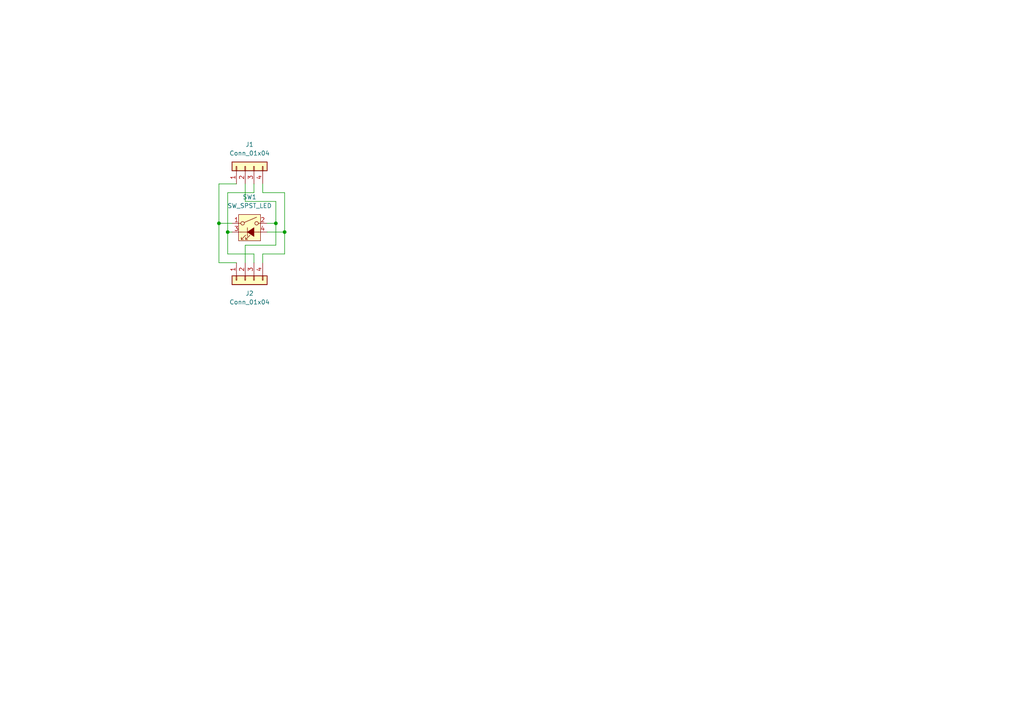
<source format=kicad_sch>
(kicad_sch (version 20231120) (generator "eeschema") (generator_version "8.0")
  (paper "A4")
  (lib_symbols
    (symbol "Connector_Generic:Conn_01x04" (pin_names (offset 1.016) hide)
      (property "Reference" "J" (at 0 5.08 0))
      (property "Value" "Conn_01x04" (at 0 -7.62 0))
      (symbol "Conn_01x04_1_1"
        (rectangle (start -1.27 -4.953) (end 0 -5.207) (stroke (width 0.1524)))
        (rectangle (start -1.27 -2.413) (end 0 -2.667) (stroke (width 0.1524)))
        (rectangle (start -1.27 0.127) (end 0 -0.127) (stroke (width 0.1524)))
        (rectangle (start -1.27 2.667) (end 0 2.413) (stroke (width 0.1524)))
        (rectangle (start -1.27 3.81) (end 1.27 -6.35) (stroke (width 0.254)) (fill (type background)))
        (pin passive line (at -5.08 2.54 0) (length 3.81) (name "Pin_1") (number "1"))
        (pin passive line (at -5.08 0 0) (length 3.81) (name "Pin_2") (number "2"))
        (pin passive line (at -5.08 -2.54 0) (length 3.81) (name "Pin_3") (number "3"))
        (pin passive line (at -5.08 -5.08 0) (length 3.81) (name "Pin_4") (number "4"))
      )
    )
    (symbol "Switch:SW_SPST_LED" (pin_names (offset 1.016) hide)
      (property "Reference" "SW" (at 0 6.35 0))
      (property "Value" "SW_SPST_LED" (at 0 -3.81 0))
      (symbol "SW_SPST_LED_0_0"
        (polyline (pts (xy -2.54 0) (xy 2.54 0)))
        (polyline (pts (xy -2.413 -2.159) (xy -1.143 -0.889)))
        (polyline (pts (xy -1.143 -2.159) (xy 0.127 -0.889)))
        (polyline (pts (xy -0.635 1.27) (xy -0.635 -1.27)))
        (polyline (pts (xy -2.413 -1.524) (xy -2.413 -2.159) (xy -1.778 -2.159)))
        (polyline (pts (xy -1.143 -1.524) (xy -1.143 -2.159) (xy -0.508 -2.159)))
        (polyline (pts (xy -0.635 0) (xy 1.27 1.27) (xy 1.27 -1.27) (xy -0.635 0)) (fill (type outline)))
      )
      (symbol "SW_SPST_LED_0_1"
        (circle (center -2.032 2.54) (radius 0.508))
        (polyline (pts (xy -1.524 2.794) (xy 2.032 4.318)))
        (circle (center 2.032 2.54) (radius 0.508))
        (pin passive line (at -5.08 2.54 0) (length 2.54) (name "1") (number "1"))
        (pin passive line (at 5.08 2.54 180) (length 2.54) (name "2") (number "2"))
        (pin passive line (at -5.08 0 0) (length 2.54) (name "K") (number "3"))
        (pin passive line (at 5.08 0 180) (length 2.54) (name "A") (number "4"))
      )
      (symbol "SW_SPST_LED_1_1"
        (rectangle (start -3.175 5.08) (end 3.175 -2.54) (fill (type background)))
      )
    )
  )
  (junction (at 63.5 64.77))
  (junction (at 82.55 67.31))
  (junction (at 66.04 67.31))
  (junction (at 80.01 64.77))
  (wire (pts (xy 73.66 55.88) (xy 73.66 53.34)))
  (wire (pts (xy 66.04 55.88) (xy 73.66 55.88)))
  (wire (pts (xy 82.55 67.31) (xy 77.47 67.31)))
  (wire (pts (xy 71.12 71.12) (xy 80.01 71.12)))
  (wire (pts (xy 73.66 73.66) (xy 73.66 76.2)))
  (wire (pts (xy 66.04 67.31) (xy 66.04 73.66)))
  (wire (pts (xy 66.04 73.66) (xy 73.66 73.66)))
  (wire (pts (xy 76.2 73.66) (xy 76.2 76.2)))
  (wire (pts (xy 71.12 76.2) (xy 71.12 71.12)))
  (wire (pts (xy 63.5 53.34) (xy 68.58 53.34)))
  (wire (pts (xy 82.55 73.66) (xy 76.2 73.66)))
  (wire (pts (xy 71.12 58.42) (xy 80.01 58.42)))
  (wire (pts (xy 80.01 71.12) (xy 80.01 64.77)))
  (wire (pts (xy 82.55 55.88) (xy 82.55 67.31)))
  (wire (pts (xy 67.31 67.31) (xy 66.04 67.31)))
  (wire (pts (xy 67.31 64.77) (xy 63.5 64.77)))
  (wire (pts (xy 63.5 76.2) (xy 68.58 76.2)))
  (wire (pts (xy 76.2 55.88) (xy 82.55 55.88)))
  (wire (pts (xy 66.04 67.31) (xy 66.04 55.88)))
  (wire (pts (xy 80.01 64.77) (xy 77.47 64.77)))
  (wire (pts (xy 80.01 58.42) (xy 80.01 64.77)))
  (wire (pts (xy 76.2 53.34) (xy 76.2 55.88)))
  (wire (pts (xy 71.12 53.34) (xy 71.12 58.42)))
  (wire (pts (xy 82.55 67.31) (xy 82.55 73.66)))
  (wire (pts (xy 63.5 64.77) (xy 63.5 76.2)))
  (wire (pts (xy 63.5 64.77) (xy 63.5 53.34)))
  (symbol (lib_id "Switch:SW_SPST_LED") (at 72.39 67.31 0) (unit 1)
    (property "Reference" "SW1" (at 72.39 57.15 0))
    (property "Value" "SW_SPST_LED" (at 72.39 59.69 0))
    (property "Footprint" "Switches:SW_Cherry_MX_1.00u_LED_PCB" (effects (hide yes)))
    (property "Description" "Single Pole Single Throw (SPST) switch with LED, generic" (effects (hide yes)))
  )
  (symbol (lib_id "Connector_Generic:Conn_01x04") (at 71.12 81.28 90) (mirror x) (unit 1)
    (property "Reference" "J2" (at 72.39 85.09 90))
    (property "Value" "Conn_01x04" (at 72.39 87.63 90))
    (property "Footprint" "Connector_PinHeader_2.54mm:PinHeader_1x04_P2.54mm_Vertical" (effects (hide yes)))
    (property "Description" "Generic connector, single row, 01x04, script generated (kicad-library-utils/schlib/autogen/connector/)" (effects (hide yes)))
  )
  (symbol (lib_id "Connector_Generic:Conn_01x04") (at 71.12 48.26 90) (unit 1)
    (property "Reference" "J1" (at 72.39 41.91 90))
    (property "Value" "Conn_01x04" (at 72.39 44.45 90))
    (property "Footprint" "Connector_PinHeader_2.54mm:PinHeader_1x04_P2.54mm_Vertical" (effects (hide yes)))
    (property "Description" "Generic connector, single row, 01x04, script generated (kicad-library-utils/schlib/autogen/connector/)" (effects (hide yes)))
  )
)
</source>
